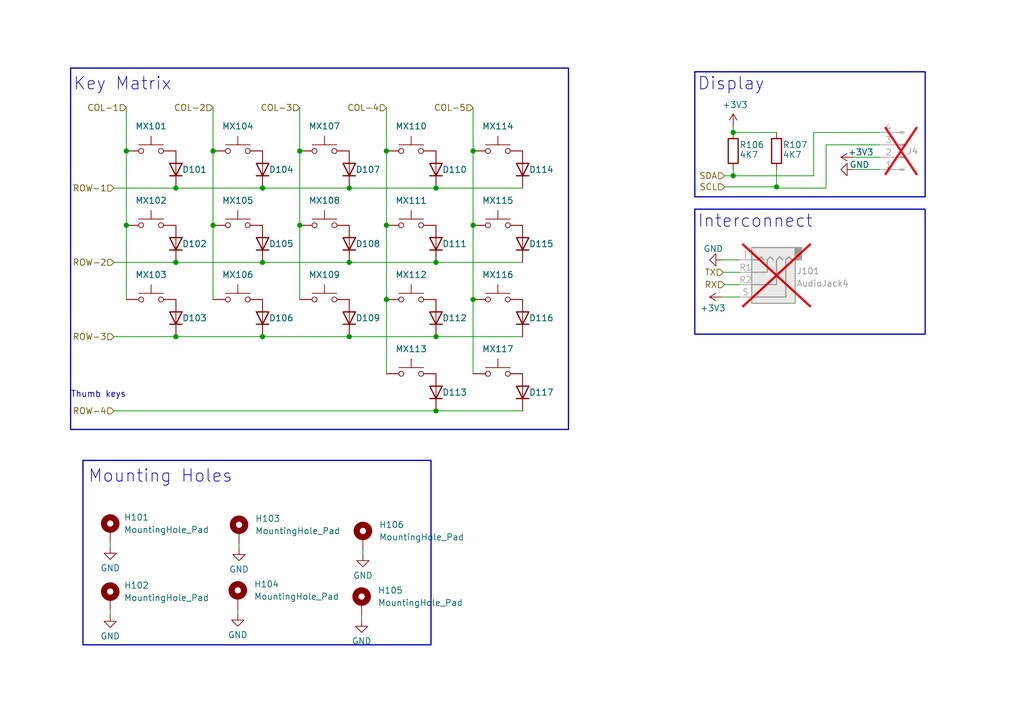
<source format=kicad_sch>
(kicad_sch (version 20231120) (generator "eeschema") (generator_version "8.0")
  (paper "A5")
  (title_block (title "The Interface?") (date "2023-11-22") (rev "1.0-alpha"))
  (lib_symbols
    (symbol "+3V3_1" (power) (pin_names (offset 0))
      (property "Value" "+3V3_1" (at 0 3.556 0))
      (symbol "+3V3_1_0_1"
        (polyline (pts (xy -0.762 1.27) (xy 0 2.54)))
        (polyline (pts (xy 0 0) (xy 0 2.54)))
        (polyline (pts (xy 0 2.54) (xy 0.762 1.27)))
      )
      (symbol "+3V3_1_1_1"
        (pin power_in line (at 0 0 90) (length 0) hide (name "+3V3") (number "1"))
      )
    )
    (symbol "Connector:Conn_01x04_Male" (pin_names (offset 1.016) hide)
      (property "Reference" "J" (at 0 5.08 0))
      (property "Value" "Conn_01x04_Male" (at 0 -7.62 0))
      (symbol "Conn_01x04_Male_1_1"
        (polyline (pts (xy 1.27 -5.08) (xy 0.8636 -5.08)) (stroke (width 0.1524)))
        (polyline (pts (xy 1.27 -2.54) (xy 0.8636 -2.54)) (stroke (width 0.1524)))
        (polyline (pts (xy 1.27 0) (xy 0.8636 0)) (stroke (width 0.1524)))
        (polyline (pts (xy 1.27 2.54) (xy 0.8636 2.54)) (stroke (width 0.1524)))
        (rectangle (start 0.8636 -4.953) (end 0 -5.207) (stroke (width 0.1524)) (fill (type outline)))
        (rectangle (start 0.8636 -2.413) (end 0 -2.667) (stroke (width 0.1524)) (fill (type outline)))
        (rectangle (start 0.8636 0.127) (end 0 -0.127) (stroke (width 0.1524)) (fill (type outline)))
        (rectangle (start 0.8636 2.667) (end 0 2.413) (stroke (width 0.1524)) (fill (type outline)))
        (pin passive line (at 5.08 2.54 180) (length 3.81) (name "Pin_1") (number "1"))
        (pin passive line (at 5.08 0 180) (length 3.81) (name "Pin_2") (number "2"))
        (pin passive line (at 5.08 -2.54 180) (length 3.81) (name "Pin_3") (number "3"))
        (pin passive line (at 5.08 -5.08 180) (length 3.81) (name "Pin_4") (number "4"))
      )
    )
    (symbol "Connector_Audio:AudioJack4"
      (property "Reference" "J" (at 0 8.89 0))
      (property "Value" "AudioJack4" (at 0 6.35 0))
      (symbol "AudioJack4_0_1"
        (rectangle (start -6.35 -5.08) (end -7.62 -7.62) (stroke (width 0.254)) (fill (type outline)))
        (polyline (pts (xy 0 -5.08) (xy 0.635 -5.715) (xy 1.27 -5.08) (xy 2.54 -5.08)) (stroke (width 0.254)))
        (polyline (pts (xy -5.715 -5.08) (xy -5.08 -5.715) (xy -4.445 -5.08) (xy -4.445 2.54) (xy 2.54 2.54)) (stroke (width 0.254)))
        (polyline (pts (xy -1.905 -5.08) (xy -1.27 -5.715) (xy -0.635 -5.08) (xy -0.635 -2.54) (xy 2.54 -2.54)) (stroke (width 0.254)))
        (polyline (pts (xy 2.54 0) (xy -2.54 0) (xy -2.54 -5.08) (xy -3.175 -5.715) (xy -3.81 -5.08)) (stroke (width 0.254)))
        (rectangle (start 2.54 3.81) (end -6.35 -7.62) (stroke (width 0.254)) (fill (type background)))
      )
      (symbol "AudioJack4_1_1"
        (pin passive line (at 5.08 -2.54 180) (length 2.54) (name "~") (number "R1"))
        (pin passive line (at 5.08 0 180) (length 2.54) (name "~") (number "R2"))
        (pin passive line (at 5.08 2.54 180) (length 2.54) (name "~") (number "S"))
        (pin passive line (at 5.08 -5.08 180) (length 2.54) (name "~") (number "T"))
      )
    )
    (symbol "Device:R" (pin_numbers hide) (pin_names (offset 0))
      (property "Reference" "R" (at 2.032 0 90))
      (property "Value" "R" (at 0 0 90))
      (symbol "R_0_1"
        (rectangle (start -1.016 -2.54) (end 1.016 2.54) (stroke (width 0.254)))
      )
      (symbol "R_1_1"
        (pin passive line (at 0 3.81 270) (length 1.27) (name "~") (number "1"))
        (pin passive line (at 0 -3.81 90) (length 1.27) (name "~") (number "2"))
      )
    )
    (symbol "Diode:1N4148W" (pin_numbers hide) (pin_names hide)
      (property "Reference" "D" (at 0 2.54 0))
      (property "Value" "1N4148W" (at 0 -2.54 0))
      (symbol "1N4148W_0_1"
        (polyline (pts (xy -1.27 1.27) (xy -1.27 -1.27)) (stroke (width 0.254)))
        (polyline (pts (xy 1.27 0) (xy -1.27 0)))
        (polyline (pts (xy 1.27 1.27) (xy 1.27 -1.27) (xy -1.27 0) (xy 1.27 1.27)) (stroke (width 0.254)))
      )
      (symbol "1N4148W_1_1"
        (pin passive line (at -3.81 0 0) (length 2.54) (name "K") (number "1"))
        (pin passive line (at 3.81 0 180) (length 2.54) (name "A") (number "2"))
      )
    )
    (symbol "GND_1" (power) (pin_names (offset 0))
      (property "Value" "GND_1" (at 0 -3.81 0))
      (symbol "GND_1_0_1"
        (polyline (pts (xy 0 0) (xy 0 -1.27) (xy 1.27 -1.27) (xy 0 -2.54) (xy -1.27 -1.27) (xy 0 -1.27)))
      )
      (symbol "GND_1_1_1"
        (pin power_in line (at 0 0 270) (length 0) hide (name "GND") (number "1"))
      )
    )
    (symbol "GND_2" (power) (pin_names (offset 0))
      (property "Value" "GND_2" (at 0 -3.81 0))
      (symbol "GND_2_0_1"
        (polyline (pts (xy 0 0) (xy 0 -1.27) (xy 1.27 -1.27) (xy 0 -2.54) (xy -1.27 -1.27) (xy 0 -1.27)))
      )
      (symbol "GND_2_1_1"
        (pin power_in line (at 0 0 270) (length 0) hide (name "GND") (number "1"))
      )
    )
    (symbol "Mechanical:MountingHole_Pad" (pin_numbers hide) (pin_names (offset 1.016) hide)
      (property "Reference" "H" (at 0 6.35 0))
      (property "Value" "MountingHole_Pad" (at 0 4.445 0))
      (symbol "MountingHole_Pad_0_1"
        (circle (center 0 1.27) (radius 1.27) (stroke (width 1.27)))
      )
      (symbol "MountingHole_Pad_1_1"
        (pin input line (at 0 -2.54 90) (length 2.54) (name "1") (number "1"))
      )
    )
    (symbol "Switch:SW_Push" (pin_numbers hide) (pin_names (offset 1.016) hide)
      (property "Reference" "SW" (at 1.27 2.54 0))
      (property "Value" "SW_Push" (at 0 -1.524 0))
      (symbol "SW_Push_0_1"
        (circle (center -2.032 0) (radius 0.508))
        (polyline (pts (xy 0 1.27) (xy 0 3.048)))
        (polyline (pts (xy 2.54 1.27) (xy -2.54 1.27)))
        (circle (center 2.032 0) (radius 0.508))
        (pin passive line (at -5.08 0 0) (length 2.54) (name "1") (number "1"))
        (pin passive line (at 5.08 0 180) (length 2.54) (name "2") (number "2"))
      )
    )
    (symbol "power:+3V3" (power) (pin_names (offset 0))
      (property "Value" "+3V3" (at 0 3.556 0))
      (symbol "+3V3_0_1"
        (polyline (pts (xy -0.762 1.27) (xy 0 2.54)))
        (polyline (pts (xy 0 0) (xy 0 2.54)))
        (polyline (pts (xy 0 2.54) (xy 0.762 1.27)))
      )
      (symbol "+3V3_1_1"
        (pin power_in line (at 0 0 90) (length 0) hide (name "+3V3") (number "1"))
      )
    )
    (symbol "power:GND" (power) (pin_names (offset 0))
      (property "Value" "GND" (at 0 -3.81 0))
      (symbol "GND_0_1"
        (polyline (pts (xy 0 0) (xy 0 -1.27) (xy 1.27 -1.27) (xy 0 -2.54) (xy -1.27 -1.27) (xy 0 -1.27)))
      )
      (symbol "GND_1_1"
        (pin power_in line (at 0 0 270) (length 0) hide (name "GND") (number "1"))
      )
    )
  )
  (junction (at 25.908 30.988))
  (junction (at 89.408 53.848))
  (junction (at 61.468 30.988))
  (junction (at 71.628 53.848))
  (junction (at 97.028 61.468))
  (junction (at 61.468 46.228))
  (junction (at 71.628 38.608))
  (junction (at 150.368 36.068))
  (junction (at 79.248 61.468))
  (junction (at 53.848 69.088))
  (junction (at 71.628 69.088))
  (junction (at 36.068 38.608))
  (junction (at 97.028 46.228))
  (junction (at 53.848 38.608))
  (junction (at 36.068 53.848))
  (junction (at 159.258 38.354))
  (junction (at 97.028 30.988))
  (junction (at 53.848 53.848))
  (junction (at 150.368 27.178))
  (junction (at 89.408 84.328))
  (junction (at 89.408 38.608))
  (junction (at 43.688 30.988))
  (junction (at 79.248 46.228))
  (junction (at 43.688 46.228))
  (junction (at 79.248 30.988))
  (junction (at 89.408 69.088))
  (junction (at 36.068 69.088))
  (junction (at 25.908 46.228))
  (wire (pts (xy 150.368 27.178) (xy 159.258 27.178)))
  (wire (pts (xy 23.368 38.608) (xy 36.068 38.608)))
  (wire (pts (xy 48.768 125.984) (xy 48.768 124.968)))
  (wire (pts (xy 159.258 38.354) (xy 159.258 38.608)))
  (wire (pts (xy 61.468 46.228) (xy 61.468 61.468)))
  (wire (pts (xy 23.368 53.848) (xy 36.068 53.848)))
  (wire (pts (xy 74.422 113.792) (xy 74.422 112.776)))
  (wire (pts (xy 97.028 22.098) (xy 97.028 30.988)))
  (wire (pts (xy 53.848 38.608) (xy 71.628 38.608)))
  (wire (pts (xy 166.878 36.068) (xy 166.878 27.178)))
  (wire (pts (xy 74.168 127.254) (xy 74.168 126.238)))
  (wire (pts (xy 159.258 38.608) (xy 169.418 38.608)))
  (wire (pts (xy 79.248 22.098) (xy 79.248 30.988)))
  (wire (pts (xy 148.59 58.42) (xy 151.638 58.42)))
  (wire (pts (xy 89.408 38.608) (xy 107.188 38.608)))
  (wire (pts (xy 79.248 30.988) (xy 79.248 46.228)))
  (wire (pts (xy 97.028 46.228) (xy 97.028 61.468)))
  (wire (pts (xy 89.408 84.328) (xy 107.188 84.328)))
  (wire (pts (xy 97.028 61.468) (xy 97.028 76.708)))
  (wire (pts (xy 180.34 34.798) (xy 175.006 34.798)))
  (wire (pts (xy 97.028 30.988) (xy 97.028 46.228)))
  (wire (pts (xy 159.258 34.798) (xy 159.258 38.354)))
  (wire (pts (xy 36.068 53.848) (xy 53.848 53.848)))
  (wire (pts (xy 23.368 84.328) (xy 89.408 84.328)))
  (wire (pts (xy 71.628 38.608) (xy 89.408 38.608)))
  (wire (pts (xy 150.368 27.178) (xy 150.368 25.908)))
  (wire (pts (xy 148.336 55.88) (xy 151.638 55.88)))
  (wire (pts (xy 36.068 38.608) (xy 53.848 38.608)))
  (wire (pts (xy 150.368 34.798) (xy 150.368 36.068)))
  (wire (pts (xy 61.468 22.098) (xy 61.468 30.988)))
  (wire (pts (xy 169.418 38.608) (xy 169.418 29.718)))
  (wire (pts (xy 61.468 30.988) (xy 61.468 46.228)))
  (wire (pts (xy 25.908 22.098) (xy 25.908 30.988)))
  (wire (pts (xy 22.606 126.238) (xy 22.606 125.222)))
  (wire (pts (xy 23.368 69.088) (xy 36.068 69.088)))
  (wire (pts (xy 89.408 69.088) (xy 107.188 69.088)))
  (wire (pts (xy 89.408 53.848) (xy 107.188 53.848)))
  (wire (pts (xy 71.628 69.088) (xy 89.408 69.088)))
  (wire (pts (xy 79.248 46.228) (xy 79.248 61.468)))
  (wire (pts (xy 43.688 30.988) (xy 43.688 46.228)))
  (wire (pts (xy 148.082 53.34) (xy 151.638 53.34)))
  (wire (pts (xy 36.068 69.088) (xy 53.848 69.088)))
  (wire (pts (xy 25.908 30.988) (xy 25.908 46.228)))
  (wire (pts (xy 79.248 61.468) (xy 79.248 76.708)))
  (wire (pts (xy 175.006 32.258) (xy 180.34 32.258)))
  (wire (pts (xy 148.59 36.068) (xy 150.368 36.068)))
  (wire (pts (xy 49.022 112.522) (xy 49.022 111.506)))
  (wire (pts (xy 166.878 27.178) (xy 180.34 27.178)))
  (wire (pts (xy 43.688 46.228) (xy 43.688 61.468)))
  (wire (pts (xy 25.908 46.228) (xy 25.908 61.468)))
  (wire (pts (xy 169.418 29.718) (xy 180.34 29.718)))
  (wire (pts (xy 71.628 53.848) (xy 89.408 53.848)))
  (wire (pts (xy 53.848 53.848) (xy 71.628 53.848)))
  (wire (pts (xy 53.848 69.088) (xy 71.628 69.088)))
  (wire (pts (xy 148.59 38.354) (xy 159.258 38.354)))
  (wire (pts (xy 43.688 22.098) (xy 43.688 30.988)))
  (wire (pts (xy 148.082 60.96) (xy 151.638 60.96)))
  (wire (pts (xy 150.368 36.068) (xy 166.878 36.068)))
  (wire (pts (xy 22.606 112.268) (xy 22.606 111.252)))
  (rectangle (start 17.018 94.488) (end 88.392 132.334) (stroke (width 0.254)))
  (rectangle (start 14.478 13.97) (end 116.586 88.138) (stroke (width 0.254)))
  (rectangle (start 142.494 42.926) (end 189.738 68.58) (stroke (width 0.254)))
  (rectangle (start 142.494 14.732) (end 189.738 40.386) (stroke (width 0.254)))
  (text "Display" (at 143.002 18.796 0) (effects (font (size 2.54 2.54)) (justify left bottom)))
  (text "Thumb keys\n" (at 14.478 81.788 0) (effects (font (size 1.27 1.27)) (justify left bottom)))
  (text "Mounting Holes" (at 18.034 99.314 0) (effects (font (size 2.54 2.54)) (justify left bottom)))
  (text "Key Matrix" (at 14.986 18.796 0) (effects (font (size 2.54 2.54)) (justify left bottom)))
  (text "Interconnect" (at 143.002 46.99 0) (effects (font (size 2.54 2.54)) (justify left bottom)))
  (hierarchical_label "ROW-4" (shape input) (at 23.368 84.328 180))
  (hierarchical_label "SCL" (shape input) (at 148.59 38.354 180))
  (hierarchical_label "ROW-3" (shape input) (at 23.368 69.088 180))
  (hierarchical_label "COL-5" (shape input) (at 97.028 22.098 180))
  (hierarchical_label "RX" (shape input) (at 148.59 58.42 180))
  (hierarchical_label "COL-1" (shape input) (at 25.908 22.098 180))
  (hierarchical_label "SDA" (shape input) (at 148.59 36.068 180))
  (hierarchical_label "TX" (shape input) (at 148.336 55.88 180))
  (hierarchical_label "COL-4" (shape input) (at 79.248 22.098 180))
  (hierarchical_label "ROW-1" (shape input) (at 23.368 38.608 180))
  (hierarchical_label "COL-2" (shape input) (at 43.688 22.098 180))
  (hierarchical_label "COL-3" (shape input) (at 61.468 22.098 180))
  (hierarchical_label "ROW-2" (shape input) (at 23.368 53.848 180))
  (symbol (lib_id "Diode:1N4148W") (at 36.068 65.278 270) (mirror x) (unit 1)
    (property "Reference" "D103" (at 37.338 65.278 90) (effects (justify left)))
    (property "Value" "${SIM.PARAMS}" (effects (hide yes)))
    (property "Footprint" "Diode_SMD:D_SOD-123" (effects (hide yes)))
    (property "Datasheet" "https://www.vishay.com/docs/85748/1n4148w.pdf" (effects (hide yes)))
    (property "Sim.Device" "SPICE" (effects (hide yes)))
    (property "Sim.Params" "type=\"D\" model=\"DIODE\" lib=\"\"" (effects (hide yes)))
    (property "Sim.Pins" "1=1 2=2" (effects (hide yes)))
  )
  (symbol (lib_id "Diode:1N4148W") (at 89.408 34.798 270) (mirror x) (unit 1)
    (property "Reference" "D110" (at 90.678 34.798 90) (effects (justify left)))
    (property "Value" "${SIM.PARAMS}" (effects (hide yes)))
    (property "Footprint" "Diode_SMD:D_SOD-123" (effects (hide yes)))
    (property "Datasheet" "https://www.vishay.com/docs/85748/1n4148w.pdf" (effects (hide yes)))
    (property "Sim.Device" "SPICE" (effects (hide yes)))
    (property "Sim.Params" "type=\"D\" model=\"DIODE\" lib=\"\"" (effects (hide yes)))
    (property "Sim.Pins" "1=1 2=2" (effects (hide yes)))
  )
  (symbol (lib_id "Switch:SW_Push") (at 102.108 46.228 0) (unit 1)
    (property "Reference" "MX115" (at 102.108 41.148 0))
    (property "Value" "SW_Push" (effects (hide yes)))
    (property "Footprint" "Keyboard:Kailh_socket_MX" (effects (hide yes)))
  )
  (symbol (lib_id "Switch:SW_Push") (at 102.108 76.708 0) (unit 1)
    (property "Reference" "MX117" (at 102.108 71.628 0))
    (property "Value" "SW_Push" (effects (hide yes)))
    (property "Footprint" "Keyboard:Kailh_socket_MX" (effects (hide yes)))
  )
  (symbol (lib_id "Connector:Conn_01x04_Male") (at 185.42 32.258 180) (unit 1) (dnp yes)
    (property "Reference" "J4" (at 185.928 30.988 0) (effects (justify right)))
    (property "Value" "CONN_DISPLAY" (effects (hide yes)))
    (property "Footprint" "Keyboard:SSD1306_0.96_Oled" (effects (hide yes)))
  )
  (symbol (lib_id "Diode:1N4148W") (at 107.188 65.278 270) (mirror x) (unit 1)
    (property "Reference" "D116" (at 108.458 65.278 90) (effects (justify left)))
    (property "Value" "${SIM.PARAMS}" (effects (hide yes)))
    (property "Footprint" "Diode_SMD:D_SOD-123" (effects (hide yes)))
    (property "Datasheet" "https://www.vishay.com/docs/85748/1n4148w.pdf" (effects (hide yes)))
    (property "Sim.Device" "SPICE" (effects (hide yes)))
    (property "Sim.Params" "type=\"D\" model=\"DIODE\" lib=\"\"" (effects (hide yes)))
    (property "Sim.Pins" "1=1 2=2" (effects (hide yes)))
  )
  (symbol (lib_id "Switch:SW_Push") (at 48.768 46.228 0) (unit 1)
    (property "Reference" "MX105" (at 48.768 41.148 0))
    (property "Value" "SW_Push" (effects (hide yes)))
    (property "Footprint" "Keyboard:Kailh_socket_MX" (effects (hide yes)))
  )
  (symbol (lib_id "Device:R") (at 159.258 30.988 180) (unit 1)
    (property "Reference" "R107" (at 160.528 29.718 0) (effects (justify right)))
    (property "Value" "4K7" (at 160.528 31.75 0) (effects (justify right)))
    (property "Footprint" "Resistor_SMD:R_0402_1005Metric" (effects (hide yes)))
  )
  (symbol (lib_name "GND_2") (lib_id "power:GND") (at 49.022 112.522 0) (unit 1)
    (property "Reference" "#PWR0143" (effects (hide yes)))
    (property "Value" "GND" (at 49.022 116.84 0))
  )
  (symbol (lib_name "GND_1") (lib_id "power:GND") (at 148.082 53.34 270) (unit 1)
    (property "Reference" "#PWR0138" (effects (hide yes)))
    (property "Value" "GND" (at 148.336 51.054 90) (effects (justify right)))
  )
  (symbol (lib_id "Mechanical:MountingHole_Pad") (at 22.606 108.712 0) (unit 1)
    (property "Reference" "H101" (at 25.4 106.172 0) (effects (justify left)))
    (property "Value" "MountingHole_Pad" (at 25.4 108.712 0) (effects (justify left)))
    (property "Footprint" "MountingHole:MountingHole_2.2mm_M2_Pad" (effects (hide yes)))
  )
  (symbol (lib_name "GND_2") (lib_id "power:GND") (at 22.606 112.268 0) (unit 1)
    (property "Reference" "#PWR0142" (effects (hide yes)))
    (property "Value" "GND" (at 22.606 116.586 0))
  )
  (symbol (lib_name "+3V3_1") (lib_id "power:+3V3") (at 148.082 60.96 90) (unit 1)
    (property "Reference" "#PWR0137" (effects (hide yes)))
    (property "Value" "+3V3" (at 148.844 63.246 90) (effects (justify left)))
  )
  (symbol (lib_id "Switch:SW_Push") (at 48.768 61.468 0) (unit 1)
    (property "Reference" "MX106" (at 48.768 56.388 0))
    (property "Value" "SW_Push" (effects (hide yes)))
    (property "Footprint" "Keyboard:Kailh_socket_MX" (effects (hide yes)))
  )
  (symbol (lib_id "Switch:SW_Push") (at 102.108 61.468 0) (unit 1)
    (property "Reference" "MX116" (at 102.108 56.388 0))
    (property "Value" "SW_Push" (effects (hide yes)))
    (property "Footprint" "Keyboard:Kailh_socket_MX" (effects (hide yes)))
  )
  (symbol (lib_id "Switch:SW_Push") (at 84.328 30.988 0) (unit 1)
    (property "Reference" "MX110" (at 84.328 25.908 0))
    (property "Value" "SW_Push" (effects (hide yes)))
    (property "Footprint" "Keyboard:Kailh_socket_MX" (effects (hide yes)))
  )
  (symbol (lib_id "Mechanical:MountingHole_Pad") (at 74.168 123.698 0) (unit 1)
    (property "Reference" "H105" (at 77.47 121.158 0) (effects (justify left)))
    (property "Value" "MountingHole_Pad" (at 77.47 123.698 0) (effects (justify left)))
    (property "Footprint" "MountingHole:MountingHole_2.2mm_M2_Pad" (effects (hide yes)))
  )
  (symbol (lib_id "Switch:SW_Push") (at 84.328 46.228 0) (unit 1)
    (property "Reference" "MX111" (at 84.328 41.148 0))
    (property "Value" "SW_Push" (effects (hide yes)))
    (property "Footprint" "Keyboard:Kailh_socket_MX" (effects (hide yes)))
  )
  (symbol (lib_id "Switch:SW_Push") (at 30.988 30.988 0) (unit 1)
    (property "Reference" "MX101" (at 30.988 25.908 0))
    (property "Value" "SW_Push" (effects (hide yes)))
    (property "Footprint" "Keyboard:Kailh_socket_MX" (effects (hide yes)))
  )
  (symbol (lib_id "Diode:1N4148W") (at 36.068 34.798 270) (mirror x) (unit 1)
    (property "Reference" "D101" (at 37.338 34.798 90) (effects (justify left)))
    (property "Value" "${SIM.PARAMS}" (effects (hide yes)))
    (property "Footprint" "Diode_SMD:D_SOD-123" (effects (hide yes)))
    (property "Datasheet" "https://www.vishay.com/docs/85748/1n4148w.pdf" (effects (hide yes)))
    (property "Sim.Device" "SPICE" (effects (hide yes)))
    (property "Sim.Params" "type=\"D\" model=\"DIODE\" lib=\"\"" (effects (hide yes)))
    (property "Sim.Pins" "1=1 2=2" (effects (hide yes)))
  )
  (symbol (lib_id "Diode:1N4148W") (at 89.408 80.518 270) (mirror x) (unit 1)
    (property "Reference" "D113" (at 90.678 80.518 90) (effects (justify left)))
    (property "Value" "${SIM.PARAMS}" (effects (hide yes)))
    (property "Footprint" "Diode_SMD:D_SOD-123" (effects (hide yes)))
    (property "Datasheet" "https://www.vishay.com/docs/85748/1n4148w.pdf" (effects (hide yes)))
    (property "Sim.Device" "SPICE" (effects (hide yes)))
    (property "Sim.Params" "type=\"D\" model=\"DIODE\" lib=\"\"" (effects (hide yes)))
    (property "Sim.Pins" "1=1 2=2" (effects (hide yes)))
  )
  (symbol (lib_id "Switch:SW_Push") (at 84.328 61.468 0) (unit 1)
    (property "Reference" "MX112" (at 84.328 56.388 0))
    (property "Value" "SW_Push" (effects (hide yes)))
    (property "Footprint" "Keyboard:Kailh_socket_MX" (effects (hide yes)))
  )
  (symbol (lib_id "Switch:SW_Push") (at 102.108 30.988 0) (unit 1)
    (property "Reference" "MX114" (at 102.108 25.908 0))
    (property "Value" "SW_Push" (effects (hide yes)))
    (property "Footprint" "Keyboard:Kailh_socket_MX" (effects (hide yes)))
  )
  (symbol (lib_name "GND_2") (lib_id "power:GND") (at 22.606 126.238 0) (unit 1)
    (property "Reference" "#PWR0145" (effects (hide yes)))
    (property "Value" "GND" (at 22.606 130.556 0))
  )
  (symbol (lib_id "Diode:1N4148W") (at 107.188 50.038 270) (mirror x) (unit 1)
    (property "Reference" "D115" (at 108.458 50.038 90) (effects (justify left)))
    (property "Value" "${SIM.PARAMS}" (effects (hide yes)))
    (property "Footprint" "Diode_SMD:D_SOD-123" (effects (hide yes)))
    (property "Datasheet" "https://www.vishay.com/docs/85748/1n4148w.pdf" (effects (hide yes)))
    (property "Sim.Device" "SPICE" (effects (hide yes)))
    (property "Sim.Params" "type=\"D\" model=\"DIODE\" lib=\"\"" (effects (hide yes)))
    (property "Sim.Pins" "1=1 2=2" (effects (hide yes)))
  )
  (symbol (lib_id "Mechanical:MountingHole_Pad") (at 49.022 108.966 0) (unit 1)
    (property "Reference" "H103" (at 52.324 106.426 0) (effects (justify left)))
    (property "Value" "MountingHole_Pad" (at 52.324 108.966 0) (effects (justify left)))
    (property "Footprint" "MountingHole:MountingHole_2.2mm_M2_Pad" (effects (hide yes)))
  )
  (symbol (lib_id "Diode:1N4148W") (at 71.628 50.038 270) (mirror x) (unit 1)
    (property "Reference" "D108" (at 72.898 50.038 90) (effects (justify left)))
    (property "Value" "${SIM.PARAMS}" (effects (hide yes)))
    (property "Footprint" "Diode_SMD:D_SOD-123" (effects (hide yes)))
    (property "Datasheet" "https://www.vishay.com/docs/85748/1n4148w.pdf" (effects (hide yes)))
    (property "Sim.Device" "SPICE" (effects (hide yes)))
    (property "Sim.Params" "type=\"D\" model=\"DIODE\" lib=\"\"" (effects (hide yes)))
    (property "Sim.Pins" "1=1 2=2" (effects (hide yes)))
  )
  (symbol (lib_id "Diode:1N4148W") (at 53.848 50.038 270) (mirror x) (unit 1)
    (property "Reference" "D105" (at 55.118 50.038 90) (effects (justify left)))
    (property "Value" "${SIM.PARAMS}" (effects (hide yes)))
    (property "Footprint" "Diode_SMD:D_SOD-123" (effects (hide yes)))
    (property "Datasheet" "https://www.vishay.com/docs/85748/1n4148w.pdf" (effects (hide yes)))
    (property "Sim.Device" "SPICE" (effects (hide yes)))
    (property "Sim.Params" "type=\"D\" model=\"DIODE\" lib=\"\"" (effects (hide yes)))
    (property "Sim.Pins" "1=1 2=2" (effects (hide yes)))
  )
  (symbol (lib_id "Mechanical:MountingHole_Pad") (at 74.422 110.236 0) (unit 1)
    (property "Reference" "H106" (at 77.724 107.696 0) (effects (justify left)))
    (property "Value" "MountingHole_Pad" (at 77.724 110.236 0) (effects (justify left)))
    (property "Footprint" "MountingHole:MountingHole_2.2mm_M2_Pad" (effects (hide yes)))
  )
  (symbol (lib_name "GND_2") (lib_id "power:GND") (at 74.422 113.792 0) (unit 1)
    (property "Reference" "#PWR0155" (effects (hide yes)))
    (property "Value" "GND" (at 74.422 118.11 0))
  )
  (symbol (lib_id "Switch:SW_Push") (at 30.988 46.228 0) (unit 1)
    (property "Reference" "MX102" (at 30.988 41.148 0))
    (property "Value" "SW_Push" (effects (hide yes)))
    (property "Footprint" "Keyboard:Kailh_socket_MX" (effects (hide yes)))
  )
  (symbol (lib_id "Connector_Audio:AudioJack4") (at 156.718 58.42 180) (unit 1) (dnp yes)
    (property "Reference" "J101" (at 163.322 55.626 0) (effects (justify right)))
    (property "Value" "AudioJack4" (at 163.322 58.166 0) (effects (justify right)))
    (property "Footprint" "Keyboard:TRRS-PJ-320A" (effects (hide yes)))
  )
  (symbol (lib_id "Switch:SW_Push") (at 66.548 30.988 0) (unit 1)
    (property "Reference" "MX107" (at 66.548 25.908 0))
    (property "Value" "SW_Push" (effects (hide yes)))
    (property "Footprint" "Keyboard:Kailh_socket_MX" (effects (hide yes)))
  )
  (symbol (lib_id "Mechanical:MountingHole_Pad") (at 48.768 122.428 0) (unit 1)
    (property "Reference" "H104" (at 52.07 119.888 0) (effects (justify left)))
    (property "Value" "MountingHole_Pad" (at 52.07 122.428 0) (effects (justify left)))
    (property "Footprint" "MountingHole:MountingHole_2.2mm_M2_Pad" (effects (hide yes)))
  )
  (symbol (lib_id "Diode:1N4148W") (at 71.628 65.278 270) (mirror x) (unit 1)
    (property "Reference" "D109" (at 72.898 65.278 90) (effects (justify left)))
    (property "Value" "${SIM.PARAMS}" (effects (hide yes)))
    (property "Footprint" "Diode_SMD:D_SOD-123" (effects (hide yes)))
    (property "Datasheet" "https://www.vishay.com/docs/85748/1n4148w.pdf" (effects (hide yes)))
    (property "Sim.Device" "SPICE" (effects (hide yes)))
    (property "Sim.Params" "type=\"D\" model=\"DIODE\" lib=\"\"" (effects (hide yes)))
    (property "Sim.Pins" "1=1 2=2" (effects (hide yes)))
  )
  (symbol (lib_id "Switch:SW_Push") (at 66.548 61.468 0) (unit 1)
    (property "Reference" "MX109" (at 66.548 56.388 0))
    (property "Value" "SW_Push" (effects (hide yes)))
    (property "Footprint" "Keyboard:Kailh_socket_MX" (effects (hide yes)))
  )
  (symbol (lib_name "GND_2") (lib_id "power:GND") (at 74.168 127.254 0) (unit 1)
    (property "Reference" "#PWR0121" (effects (hide yes)))
    (property "Value" "GND" (at 74.168 131.572 0))
  )
  (symbol (lib_id "Diode:1N4148W") (at 36.068 50.038 270) (mirror x) (unit 1)
    (property "Reference" "D102" (at 37.338 50.038 90) (effects (justify left)))
    (property "Value" "${SIM.PARAMS}" (effects (hide yes)))
    (property "Footprint" "Diode_SMD:D_SOD-123" (effects (hide yes)))
    (property "Datasheet" "https://www.vishay.com/docs/85748/1n4148w.pdf" (effects (hide yes)))
    (property "Sim.Device" "SPICE" (effects (hide yes)))
    (property "Sim.Params" "type=\"D\" model=\"DIODE\" lib=\"\"" (effects (hide yes)))
    (property "Sim.Pins" "1=1 2=2" (effects (hide yes)))
  )
  (symbol (lib_id "Device:R") (at 150.368 30.988 180) (unit 1)
    (property "Reference" "R106" (at 151.638 29.718 0) (effects (justify right)))
    (property "Value" "4K7" (at 151.638 31.75 0) (effects (justify right)))
    (property "Footprint" "Resistor_SMD:R_0402_1005Metric" (effects (hide yes)))
  )
  (symbol (lib_id "Diode:1N4148W") (at 107.188 80.518 270) (mirror x) (unit 1)
    (property "Reference" "D117" (at 108.458 80.518 90) (effects (justify left)))
    (property "Value" "${SIM.PARAMS}" (effects (hide yes)))
    (property "Footprint" "Diode_SMD:D_SOD-123" (effects (hide yes)))
    (property "Datasheet" "https://www.vishay.com/docs/85748/1n4148w.pdf" (effects (hide yes)))
    (property "Sim.Device" "SPICE" (effects (hide yes)))
    (property "Sim.Params" "type=\"D\" model=\"DIODE\" lib=\"\"" (effects (hide yes)))
    (property "Sim.Pins" "1=1 2=2" (effects (hide yes)))
  )
  (symbol (lib_name "GND_2") (lib_id "power:GND") (at 48.768 125.984 0) (unit 1)
    (property "Reference" "#PWR0144" (effects (hide yes)))
    (property "Value" "GND" (at 48.768 130.302 0))
  )
  (symbol (lib_id "power:GND") (at 175.006 34.798 270) (unit 1)
    (property "Reference" "#PWR0134" (effects (hide yes)))
    (property "Value" "GND" (at 176.276 33.782 90))
  )
  (symbol (lib_id "Diode:1N4148W") (at 107.188 34.798 270) (mirror x) (unit 1)
    (property "Reference" "D114" (at 108.458 34.798 90) (effects (justify left)))
    (property "Value" "${SIM.PARAMS}" (effects (hide yes)))
    (property "Footprint" "Diode_SMD:D_SOD-123" (effects (hide yes)))
    (property "Datasheet" "https://www.vishay.com/docs/85748/1n4148w.pdf" (effects (hide yes)))
    (property "Sim.Device" "SPICE" (effects (hide yes)))
    (property "Sim.Params" "type=\"D\" model=\"DIODE\" lib=\"\"" (effects (hide yes)))
    (property "Sim.Pins" "1=1 2=2" (effects (hide yes)))
  )
  (symbol (lib_id "Switch:SW_Push") (at 30.988 61.468 0) (unit 1)
    (property "Reference" "MX103" (at 30.988 56.388 0))
    (property "Value" "SW_Push" (effects (hide yes)))
    (property "Footprint" "Keyboard:Kailh_socket_MX" (effects (hide yes)))
  )
  (symbol (lib_id "Diode:1N4148W") (at 89.408 50.038 270) (mirror x) (unit 1)
    (property "Reference" "D111" (at 90.678 50.038 90) (effects (justify left)))
    (property "Value" "${SIM.PARAMS}" (effects (hide yes)))
    (property "Footprint" "Diode_SMD:D_SOD-123" (effects (hide yes)))
    (property "Datasheet" "https://www.vishay.com/docs/85748/1n4148w.pdf" (effects (hide yes)))
    (property "Sim.Device" "SPICE" (effects (hide yes)))
    (property "Sim.Params" "type=\"D\" model=\"DIODE\" lib=\"\"" (effects (hide yes)))
    (property "Sim.Pins" "1=1 2=2" (effects (hide yes)))
  )
  (symbol (lib_id "Mechanical:MountingHole_Pad") (at 22.606 122.682 0) (unit 1)
    (property "Reference" "H102" (at 25.4 120.142 0) (effects (justify left)))
    (property "Value" "MountingHole_Pad" (at 25.4 122.682 0) (effects (justify left)))
    (property "Footprint" "MountingHole:MountingHole_2.2mm_M2_Pad" (effects (hide yes)))
  )
  (symbol (lib_id "Switch:SW_Push") (at 66.548 46.228 0) (unit 1)
    (property "Reference" "MX108" (at 66.548 41.148 0))
    (property "Value" "SW_Push" (effects (hide yes)))
    (property "Footprint" "Keyboard:Kailh_socket_MX" (effects (hide yes)))
  )
  (symbol (lib_id "Switch:SW_Push") (at 84.328 76.708 0) (unit 1)
    (property "Reference" "MX113" (at 84.328 71.628 0))
    (property "Value" "SW_Push" (effects (hide yes)))
    (property "Footprint" "Keyboard:Kailh_socket_MX" (effects (hide yes)))
  )
  (symbol (lib_id "power:+3V3") (at 175.006 32.258 90) (unit 1)
    (property "Reference" "#PWR0130" (effects (hide yes)))
    (property "Value" "+3V3" (at 176.53 31.242 90))
  )
  (symbol (lib_id "Diode:1N4148W") (at 53.848 34.798 270) (mirror x) (unit 1)
    (property "Reference" "D104" (at 55.118 34.798 90) (effects (justify left)))
    (property "Value" "${SIM.PARAMS}" (effects (hide yes)))
    (property "Footprint" "Diode_SMD:D_SOD-123" (effects (hide yes)))
    (property "Datasheet" "https://www.vishay.com/docs/85748/1n4148w.pdf" (effects (hide yes)))
    (property "Sim.Device" "SPICE" (effects (hide yes)))
    (property "Sim.Params" "type=\"D\" model=\"DIODE\" lib=\"\"" (effects (hide yes)))
    (property "Sim.Pins" "1=1 2=2" (effects (hide yes)))
  )
  (symbol (lib_id "Diode:1N4148W") (at 71.628 34.798 270) (mirror x) (unit 1)
    (property "Reference" "D107" (at 72.898 34.798 90) (effects (justify left)))
    (property "Value" "${SIM.PARAMS}" (effects (hide yes)))
    (property "Footprint" "Diode_SMD:D_SOD-123" (effects (hide yes)))
    (property "Datasheet" "https://www.vishay.com/docs/85748/1n4148w.pdf" (effects (hide yes)))
    (property "Sim.Device" "SPICE" (effects (hide yes)))
    (property "Sim.Params" "type=\"D\" model=\"DIODE\" lib=\"\"" (effects (hide yes)))
    (property "Sim.Pins" "1=1 2=2" (effects (hide yes)))
  )
  (symbol (lib_id "Diode:1N4148W") (at 53.848 65.278 90) (unit 1)
    (property "Reference" "D106" (at 55.118 65.278 90) (effects (justify right)))
    (property "Value" "${SIM.PARAMS}" (effects (hide yes)))
    (property "Footprint" "Diode_SMD:D_SOD-123" (effects (hide yes)))
    (property "Datasheet" "https://www.vishay.com/docs/85748/1n4148w.pdf" (effects (hide yes)))
    (property "Sim.Device" "SPICE" (effects (hide yes)))
    (property "Sim.Params" "type=\"D\" model=\"DIODE\" lib=\"\"" (effects (hide yes)))
    (property "Sim.Pins" "1=1 2=2" (effects (hide yes)))
  )
  (symbol (lib_id "Switch:SW_Push") (at 48.768 30.988 0) (unit 1)
    (property "Reference" "MX104" (at 48.768 25.908 0))
    (property "Value" "SW_Push" (effects (hide yes)))
    (property "Footprint" "Keyboard:Kailh_socket_MX" (effects (hide yes)))
  )
  (symbol (lib_id "Diode:1N4148W") (at 89.408 65.278 270) (mirror x) (unit 1)
    (property "Reference" "D112" (at 90.678 65.278 90) (effects (justify left)))
    (property "Value" "${SIM.PARAMS}" (effects (hide yes)))
    (property "Footprint" "Diode_SMD:D_SOD-123" (effects (hide yes)))
    (property "Datasheet" "https://www.vishay.com/docs/85748/1n4148w.pdf" (effects (hide yes)))
    (property "Sim.Device" "SPICE" (effects (hide yes)))
    (property "Sim.Params" "type=\"D\" model=\"DIODE\" lib=\"\"" (effects (hide yes)))
    (property "Sim.Pins" "1=1 2=2" (effects (hide yes)))
  )
  (symbol (lib_id "power:+3V3") (at 150.368 25.908 0) (unit 1)
    (property "Reference" "#PWR0125" (effects (hide yes)))
    (property "Value" "+3V3" (at 150.749 21.5138 0))
  )
)
</source>
